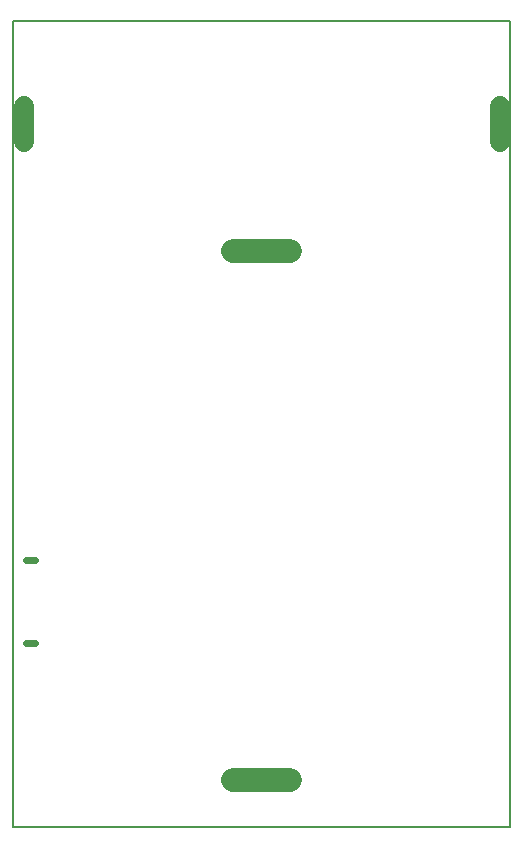
<source format=gm1>
G04 #@! TF.FileFunction,Profile,NP*
%FSLAX46Y46*%
G04 Gerber Fmt 4.6, Leading zero omitted, Abs format (unit mm)*
G04 Created by KiCad (PCBNEW 4.0.7) date 06/10/18 21:23:00*
%MOMM*%
%LPD*%
G01*
G04 APERTURE LIST*
%ADD10C,0.100000*%
%ADD11C,0.600000*%
%ADD12C,1.700000*%
%ADD13C,0.150000*%
%ADD14C,2.000000*%
G04 APERTURE END LIST*
D10*
D11*
X130587520Y-112120800D02*
X131287520Y-112120800D01*
X130587520Y-119120800D02*
X131287520Y-119120800D01*
D12*
X130345000Y-73671000D02*
X130345000Y-76671000D01*
D13*
X129476500Y-134683500D02*
X129476500Y-66421000D01*
X171513500Y-66421000D02*
X171513500Y-134683500D01*
X171513500Y-134683500D02*
X129476500Y-134683500D01*
D12*
X170645000Y-73671000D02*
X170645000Y-76671000D01*
D13*
X171513500Y-66421000D02*
X129476500Y-66421000D01*
D14*
X148095000Y-130731000D02*
X152895000Y-130731000D01*
X148095000Y-85931000D02*
X152895000Y-85931000D01*
M02*

</source>
